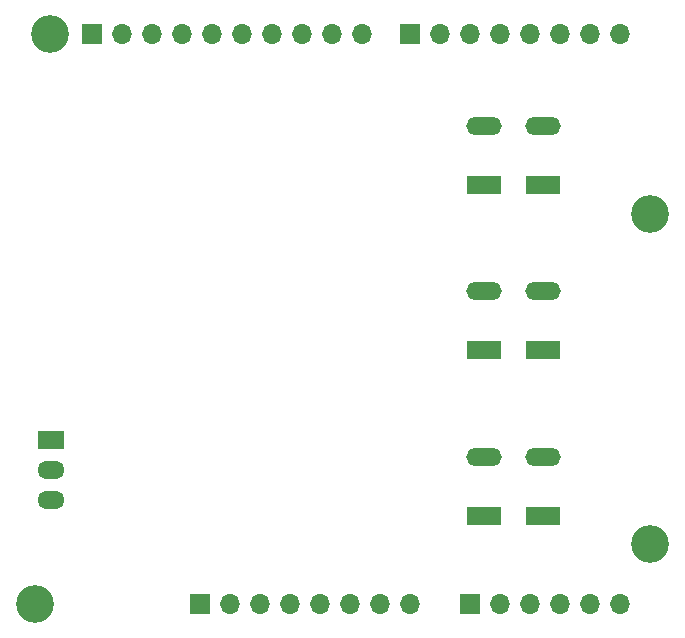
<source format=gbr>
G04 #@! TF.GenerationSoftware,KiCad,Pcbnew,8.0.8+1*
G04 #@! TF.CreationDate,2025-03-25T13:32:44+00:00*
G04 #@! TF.ProjectId,dc_shield,64635f73-6869-4656-9c64-2e6b69636164,rev?*
G04 #@! TF.SameCoordinates,Original*
G04 #@! TF.FileFunction,Soldermask,Bot*
G04 #@! TF.FilePolarity,Negative*
%FSLAX46Y46*%
G04 Gerber Fmt 4.6, Leading zero omitted, Abs format (unit mm)*
G04 Created by KiCad (PCBNEW 8.0.8+1) date 2025-03-25 13:32:44*
%MOMM*%
%LPD*%
G01*
G04 APERTURE LIST*
%ADD10R,1.700000X1.700000*%
%ADD11O,1.700000X1.700000*%
%ADD12R,3.000000X1.500000*%
%ADD13O,3.000000X1.500000*%
%ADD14C,3.200000*%
%ADD15R,2.300000X1.500000*%
%ADD16O,2.300000X1.500000*%
G04 APERTURE END LIST*
D10*
X127940000Y-97460000D03*
D11*
X130480000Y-97460000D03*
X133020000Y-97460000D03*
X135560000Y-97460000D03*
X138100000Y-97460000D03*
X140640000Y-97460000D03*
X143180000Y-97460000D03*
X145720000Y-97460000D03*
D10*
X150800000Y-97460000D03*
D11*
X153340000Y-97460000D03*
X155880000Y-97460000D03*
X158420000Y-97460000D03*
X160960000Y-97460000D03*
X163500000Y-97460000D03*
D10*
X118796000Y-49200000D03*
D11*
X121336000Y-49200000D03*
X123876000Y-49200000D03*
X126416000Y-49200000D03*
X128956000Y-49200000D03*
X131496000Y-49200000D03*
X134036000Y-49200000D03*
X136576000Y-49200000D03*
X139116000Y-49200000D03*
X141656000Y-49200000D03*
D10*
X145720000Y-49200000D03*
D11*
X148260000Y-49200000D03*
X150800000Y-49200000D03*
X153340000Y-49200000D03*
X155880000Y-49200000D03*
X158420000Y-49200000D03*
X160960000Y-49200000D03*
X163500000Y-49200000D03*
D12*
X152000000Y-62000000D03*
X157000000Y-62000000D03*
D13*
X152000000Y-57000000D03*
X157000000Y-57000000D03*
D14*
X115240000Y-49200000D03*
D12*
X152000000Y-90000000D03*
X157000000Y-90000000D03*
D13*
X152000000Y-85000000D03*
X157000000Y-85000000D03*
D12*
X152000000Y-76000000D03*
X157000000Y-76000000D03*
D13*
X152000000Y-71000000D03*
X157000000Y-71000000D03*
D15*
X115292500Y-83553000D03*
D16*
X115292500Y-86093000D03*
X115292500Y-88633000D03*
D14*
X113970000Y-97460000D03*
X166040000Y-64440000D03*
X166040000Y-92380000D03*
M02*

</source>
